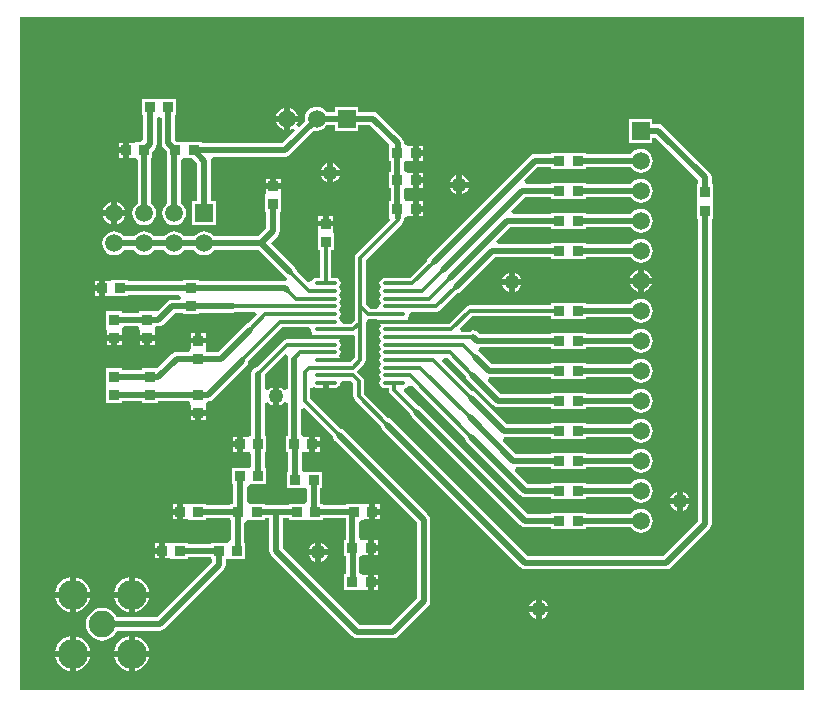
<source format=gbr>
%TF.GenerationSoftware,Altium Limited,Altium Designer,20.1.14 (287)*%
G04 Layer_Physical_Order=1*
G04 Layer_Color=255*
%FSLAX25Y25*%
%MOIN*%
%TF.SameCoordinates,50D419B3-0610-4842-9EF4-231284EAA126*%
%TF.FilePolarity,Positive*%
%TF.FileFunction,Copper,L1,Top,Signal*%
%TF.Part,Single*%
G01*
G75*
%TA.AperFunction,SMDPad,CuDef*%
%ADD10R,0.03347X0.03347*%
%ADD11R,0.03347X0.03347*%
%ADD12O,0.07874X0.01378*%
%TA.AperFunction,Conductor*%
%ADD13C,0.02000*%
%ADD14C,0.01200*%
%TA.AperFunction,ComponentPad*%
%ADD15C,0.08858*%
%ADD16C,0.10039*%
%ADD17R,0.05906X0.05906*%
%ADD18C,0.05906*%
%ADD19R,0.05906X0.05906*%
%TA.AperFunction,ViaPad*%
%ADD20C,0.05000*%
G36*
X261500Y0D02*
X0Y0D01*
X0Y224500D01*
X261500Y224500D01*
X261500Y0D01*
X261500Y0D02*
G37*
%LPC*%
G36*
X89984Y194141D02*
X89984Y191484D01*
X92641Y191484D01*
X92267Y192386D01*
X91667Y193167D01*
X90886Y193767D01*
X89984Y194141D01*
X89984Y194141D02*
G37*
G36*
X88016Y194141D02*
X87114Y193767D01*
X86332Y193167D01*
X85733Y192386D01*
X85359Y191484D01*
X88016Y191484D01*
X88016Y194141D01*
X88016Y194141D02*
G37*
G36*
X88016Y189516D02*
X85359Y189516D01*
X85733Y188614D01*
X86332Y187832D01*
X87114Y187233D01*
X88016Y186859D01*
X88016Y189516D01*
X88016Y189516D02*
G37*
G36*
X34465Y182461D02*
X32988Y182461D01*
X32988Y180984D01*
X34465Y180984D01*
X34465Y182461D01*
X34465Y182461D02*
G37*
G36*
X132984Y181461D02*
X132984Y179984D01*
X134461Y179984D01*
X134461Y181461D01*
X132984Y181461D01*
X132984Y181461D02*
G37*
G36*
X34465Y179016D02*
X32988Y179016D01*
X32988Y177539D01*
X34465Y177539D01*
X34465Y179016D01*
X34465Y179016D02*
G37*
G36*
X134461Y178016D02*
X132984Y178016D01*
X132984Y176539D01*
X134461Y176539D01*
X134461Y178016D01*
X134461Y178016D02*
G37*
G36*
X104484Y175651D02*
X104484Y173484D01*
X106651Y173484D01*
X106371Y174158D01*
X105845Y174845D01*
X105158Y175372D01*
X104484Y175651D01*
X104484Y175651D02*
G37*
G36*
X102516Y175651D02*
X101842Y175372D01*
X101155Y174845D01*
X100628Y174158D01*
X100349Y173484D01*
X102516Y173484D01*
X102516Y175651D01*
X102516Y175651D02*
G37*
G36*
X133035Y172461D02*
X133035Y170984D01*
X134512Y170984D01*
X134512Y172461D01*
X133035Y172461D01*
X133035Y172461D02*
G37*
G36*
X147484Y171651D02*
X147484Y169484D01*
X149651Y169484D01*
X149372Y170158D01*
X148845Y170845D01*
X148158Y171371D01*
X147484Y171651D01*
X147484Y171651D02*
G37*
G36*
X145516Y171651D02*
X144842Y171371D01*
X144155Y170845D01*
X143629Y170158D01*
X143349Y169484D01*
X145516Y169484D01*
X145516Y171651D01*
X145516Y171651D02*
G37*
G36*
X106651Y171516D02*
X104484Y171516D01*
X104484Y169349D01*
X105158Y169629D01*
X105845Y170155D01*
X106371Y170842D01*
X106651Y171516D01*
X106651Y171516D02*
G37*
G36*
X102516Y171516D02*
X100349Y171516D01*
X100628Y170842D01*
X101155Y170155D01*
X101842Y169629D01*
X102516Y169349D01*
X102516Y171516D01*
X102516Y171516D02*
G37*
G36*
X86961Y170512D02*
X85484Y170512D01*
X85484Y169035D01*
X86961Y169035D01*
X86961Y170512D01*
X86961Y170512D02*
G37*
G36*
X83516Y170512D02*
X82039Y170512D01*
X82039Y169035D01*
X83516Y169035D01*
X83516Y170512D01*
X83516Y170512D02*
G37*
G36*
X134512Y169016D02*
X133035Y169016D01*
X133035Y167539D01*
X134512Y167539D01*
X134512Y169016D01*
X134512Y169016D02*
G37*
G36*
X149651Y167516D02*
X147484Y167516D01*
X147484Y165349D01*
X148158Y165629D01*
X148845Y166155D01*
X149372Y166842D01*
X149651Y167516D01*
X149651Y167516D02*
G37*
G36*
X145516Y167516D02*
X143349Y167516D01*
X143629Y166842D01*
X144155Y166155D01*
X144842Y165629D01*
X145516Y165349D01*
X145516Y167516D01*
X145516Y167516D02*
G37*
G36*
X133035Y162961D02*
X133035Y161484D01*
X134512Y161484D01*
X134512Y162961D01*
X133035Y162961D01*
X133035Y162961D02*
G37*
G36*
X32484Y162641D02*
X32484Y159984D01*
X35141Y159984D01*
X34767Y160886D01*
X34168Y161668D01*
X33386Y162267D01*
X32484Y162641D01*
X32484Y162641D02*
G37*
G36*
X30516Y162641D02*
X29614Y162267D01*
X28833Y161668D01*
X28233Y160886D01*
X27859Y159984D01*
X30516Y159984D01*
X30516Y162641D01*
X30516Y162641D02*
G37*
G36*
X134512Y159516D02*
X133035Y159516D01*
X133035Y158039D01*
X134512Y158039D01*
X134512Y159516D01*
X134512Y159516D02*
G37*
G36*
X104461Y158012D02*
X102984Y158012D01*
X102984Y156535D01*
X104461Y156535D01*
X104461Y158012D01*
X104461Y158012D02*
G37*
G36*
X101016Y158012D02*
X99539Y158012D01*
X99539Y156535D01*
X101016Y156535D01*
X101016Y158012D01*
X101016Y158012D02*
G37*
G36*
X35141Y158016D02*
X32484Y158016D01*
X32484Y155359D01*
X33386Y155733D01*
X34168Y156333D01*
X34767Y157114D01*
X35141Y158016D01*
X35141Y158016D02*
G37*
G36*
X30516Y158016D02*
X27859Y158016D01*
X28233Y157114D01*
X28833Y156333D01*
X29614Y155733D01*
X30516Y155359D01*
X30516Y158016D01*
X30516Y158016D02*
G37*
G36*
X207984Y140141D02*
X207984Y137484D01*
X210641Y137484D01*
X210267Y138386D01*
X209667Y139167D01*
X208886Y139767D01*
X207984Y140141D01*
X207984Y140141D02*
G37*
G36*
X206016Y140141D02*
X205114Y139767D01*
X204332Y139167D01*
X203733Y138386D01*
X203359Y137484D01*
X206016Y137484D01*
X206016Y140141D01*
X206016Y140141D02*
G37*
G36*
X164984Y139151D02*
X164984Y136984D01*
X167151Y136984D01*
X166872Y137658D01*
X166345Y138345D01*
X165658Y138872D01*
X164984Y139151D01*
X164984Y139151D02*
G37*
G36*
X163016Y139151D02*
X162342Y138872D01*
X161655Y138345D01*
X161128Y137658D01*
X160849Y136984D01*
X163016Y136984D01*
X163016Y139151D01*
X163016Y139151D02*
G37*
G36*
X26465Y136461D02*
X24988Y136461D01*
X24988Y134984D01*
X26465Y134984D01*
X26465Y136461D01*
X26465Y136461D02*
G37*
G36*
X210641Y135516D02*
X207984Y135516D01*
X207984Y132859D01*
X208886Y133233D01*
X209667Y133833D01*
X210267Y134614D01*
X210641Y135516D01*
X210641Y135516D02*
G37*
G36*
X206016Y135516D02*
X203359Y135516D01*
X203733Y134614D01*
X204332Y133833D01*
X205114Y133233D01*
X206016Y132859D01*
X206016Y135516D01*
X206016Y135516D02*
G37*
G36*
X167151Y135016D02*
X164984Y135016D01*
X164984Y132849D01*
X165658Y133128D01*
X166345Y133655D01*
X166872Y134342D01*
X167151Y135016D01*
X167151Y135016D02*
G37*
G36*
X163016Y135016D02*
X160849Y135016D01*
X161128Y134342D01*
X161655Y133655D01*
X162342Y133128D01*
X163016Y132849D01*
X163016Y135016D01*
X163016Y135016D02*
G37*
G36*
X26465Y133016D02*
X24988Y133016D01*
X24988Y131539D01*
X26465Y131539D01*
X26465Y133016D01*
X26465Y133016D02*
G37*
G36*
X46122Y197173D02*
X45697Y197173D01*
X40776Y197173D01*
X40776Y191827D01*
X41225Y191827D01*
X41225Y183794D01*
X40104Y182673D01*
X39002Y182673D01*
X38878Y182673D01*
X37785Y182461D01*
X37697Y182461D01*
X36433Y182461D01*
X36433Y180000D01*
X36433Y177539D01*
X37785Y177539D01*
X38878Y177327D01*
X39302Y176270D01*
X39302Y162296D01*
X38681Y161819D01*
X38047Y160993D01*
X37649Y160032D01*
X37513Y159000D01*
X37649Y157968D01*
X38047Y157007D01*
X38681Y156181D01*
X39507Y155547D01*
X40468Y155149D01*
X41500Y155013D01*
X42532Y155149D01*
X43493Y155547D01*
X44319Y156181D01*
X44953Y157007D01*
X45351Y157968D01*
X45487Y159000D01*
X45351Y160032D01*
X44953Y160993D01*
X44319Y161819D01*
X43749Y162256D01*
X43749Y177327D01*
X44224Y177327D01*
X44224Y179528D01*
X45021Y180325D01*
X45021Y180325D01*
X45503Y181047D01*
X45673Y181898D01*
X45673Y181898D01*
X45673Y190656D01*
X46146Y191125D01*
X47327Y190633D01*
X47327Y182398D01*
X47327Y182398D01*
X47497Y181547D01*
X47979Y180825D01*
X49276Y179528D01*
X49276Y177327D01*
X49276Y177327D01*
X49276Y162276D01*
X48681Y161819D01*
X48047Y160993D01*
X47649Y160032D01*
X47513Y159000D01*
X47649Y157968D01*
X48047Y157007D01*
X48681Y156181D01*
X49507Y155547D01*
X50468Y155149D01*
X51500Y155013D01*
X52532Y155149D01*
X53493Y155547D01*
X54319Y156181D01*
X54953Y157007D01*
X55351Y157968D01*
X55487Y159000D01*
X55351Y160032D01*
X54953Y160993D01*
X54319Y161819D01*
X53724Y162276D01*
X53724Y176492D01*
X54559Y177327D01*
X55378Y177327D01*
X55803Y177327D01*
X57579Y177327D01*
X59276Y175630D01*
X59276Y162953D01*
X57547Y162953D01*
X57547Y155047D01*
X65453Y155047D01*
X65453Y162953D01*
X63724Y162953D01*
X63724Y176551D01*
X63724Y176551D01*
X63715Y176595D01*
X64617Y177776D01*
X88500Y177776D01*
X88500Y177776D01*
X89351Y177945D01*
X90073Y178428D01*
X98256Y186611D01*
X99000Y186513D01*
X100032Y186649D01*
X100993Y187047D01*
X101819Y187681D01*
X102276Y188276D01*
X105047Y188276D01*
X105047Y186547D01*
X112953Y186547D01*
X112953Y188276D01*
X116913Y188276D01*
X122613Y182577D01*
X123224Y181673D01*
X123224Y181673D01*
X123224Y181673D01*
X123224Y176327D01*
X123699Y176327D01*
X123699Y172673D01*
X123276Y172673D01*
X123276Y167327D01*
X123725Y167327D01*
X123725Y163173D01*
X123276Y163173D01*
X123276Y157827D01*
X123276Y157827D01*
X123412Y156646D01*
X112216Y145449D01*
X111822Y144860D01*
X111684Y144165D01*
X111684Y128000D01*
X111684Y123252D01*
X110527Y122096D01*
X108109Y122096D01*
X107053Y122839D01*
X106922Y123498D01*
X106548Y124056D01*
X106548Y124180D01*
X106922Y124739D01*
X107053Y125398D01*
X106922Y126057D01*
X106548Y126615D01*
X106548Y126739D01*
X106922Y127298D01*
X107053Y127957D01*
X106922Y128616D01*
X106582Y129236D01*
X106922Y129857D01*
X107053Y130516D01*
X106922Y131175D01*
X106582Y131795D01*
X106922Y132416D01*
X107053Y133075D01*
X106922Y133734D01*
X106582Y134354D01*
X106922Y134975D01*
X107053Y135634D01*
X106922Y136293D01*
X106548Y136852D01*
X105990Y137225D01*
X105331Y137356D01*
X103816Y137356D01*
X103816Y146776D01*
X104673Y146776D01*
X104673Y151997D01*
X104673Y152122D01*
X104461Y153215D01*
X104461Y153303D01*
X104461Y154567D01*
X102000Y154567D01*
X99539Y154567D01*
X99539Y153215D01*
X99327Y152122D01*
X99327Y151997D01*
X99327Y146776D01*
X100184Y146776D01*
X100184Y137356D01*
X98835Y137356D01*
X98176Y137225D01*
X97617Y136852D01*
X97325Y136414D01*
X97036Y136256D01*
X95996Y136073D01*
X92388Y139680D01*
X92304Y140101D01*
X91822Y140823D01*
X83645Y149000D01*
X86072Y151427D01*
X86072Y151427D01*
X86554Y152149D01*
X86724Y153000D01*
X86724Y159276D01*
X87173Y159276D01*
X87173Y164497D01*
X87173Y164622D01*
X86961Y165715D01*
X86961Y165803D01*
X86961Y167067D01*
X84500Y167067D01*
X82039Y167067D01*
X82039Y165715D01*
X81827Y164622D01*
X81827Y164497D01*
X81827Y159276D01*
X82276Y159276D01*
X82276Y153921D01*
X79579Y151224D01*
X64776Y151224D01*
X64319Y151819D01*
X63493Y152453D01*
X62532Y152851D01*
X61500Y152987D01*
X60468Y152851D01*
X59507Y152453D01*
X58681Y151819D01*
X58224Y151224D01*
X54776Y151224D01*
X54319Y151819D01*
X53493Y152453D01*
X52532Y152851D01*
X51500Y152987D01*
X50468Y152851D01*
X49507Y152453D01*
X48681Y151819D01*
X48224Y151224D01*
X44776Y151224D01*
X44319Y151819D01*
X43493Y152453D01*
X42532Y152851D01*
X41500Y152987D01*
X40468Y152851D01*
X39507Y152453D01*
X38681Y151819D01*
X38224Y151224D01*
X34776Y151224D01*
X34319Y151819D01*
X33493Y152453D01*
X32532Y152851D01*
X31500Y152987D01*
X30468Y152851D01*
X29507Y152453D01*
X28681Y151819D01*
X28047Y150993D01*
X27649Y150032D01*
X27513Y149000D01*
X27649Y147968D01*
X28047Y147007D01*
X28681Y146181D01*
X29507Y145547D01*
X30468Y145149D01*
X31500Y145013D01*
X32532Y145149D01*
X33493Y145547D01*
X34319Y146181D01*
X34776Y146776D01*
X38224Y146776D01*
X38681Y146181D01*
X39507Y145547D01*
X40468Y145149D01*
X41500Y145013D01*
X42532Y145149D01*
X43493Y145547D01*
X44319Y146181D01*
X44776Y146776D01*
X48224Y146776D01*
X48681Y146181D01*
X49507Y145547D01*
X50468Y145149D01*
X51500Y145013D01*
X52532Y145149D01*
X53493Y145547D01*
X54319Y146181D01*
X54776Y146776D01*
X58224Y146776D01*
X58681Y146181D01*
X59507Y145547D01*
X60468Y145149D01*
X61500Y145013D01*
X62532Y145149D01*
X63493Y145547D01*
X64319Y146181D01*
X64776Y146776D01*
X79579Y146776D01*
X88678Y137678D01*
X89197Y137330D01*
X88736Y136218D01*
X88449Y136275D01*
X88449Y136275D01*
X59673Y136275D01*
X59673Y136724D01*
X57710Y136724D01*
X57000Y136866D01*
X56290Y136724D01*
X54327Y136724D01*
X54327Y136249D01*
X36224Y136249D01*
X36224Y136673D01*
X31003Y136673D01*
X30878Y136673D01*
X29785Y136461D01*
X29697Y136461D01*
X28433Y136461D01*
X28433Y134000D01*
X28433Y131539D01*
X29785Y131539D01*
X30878Y131327D01*
X31003Y131327D01*
X36224Y131327D01*
X36224Y131802D01*
X53158Y131802D01*
X53708Y130621D01*
X53332Y130173D01*
X53332Y130173D01*
X50783Y130173D01*
X49932Y130003D01*
X49211Y129521D01*
X49211Y129521D01*
X46225Y126536D01*
X45173Y126224D01*
X45173Y126224D01*
X39827Y126224D01*
X39827Y125677D01*
X34173Y125677D01*
X34173Y126224D01*
X28827Y126224D01*
X28827Y123707D01*
X28776Y123453D01*
X28827Y123198D01*
X28827Y121002D01*
X28827Y120878D01*
X29039Y119785D01*
X29039Y119697D01*
X29039Y118433D01*
X31500Y118433D01*
X33961Y118433D01*
X33961Y119785D01*
X34173Y120878D01*
X35261Y121229D01*
X39476Y121229D01*
X39827Y120878D01*
X40039Y119785D01*
X40039Y119697D01*
X40039Y118433D01*
X42500Y118433D01*
X44961Y118433D01*
X44961Y119785D01*
X45173Y120878D01*
X45500Y121229D01*
X45500Y121229D01*
X46287Y121229D01*
X46287Y121229D01*
X47138Y121398D01*
X47860Y121880D01*
X51705Y125725D01*
X54327Y125725D01*
X54327Y125276D01*
X59673Y125276D01*
X59673Y125733D01*
X71043Y125733D01*
X71894Y125902D01*
X72251Y126141D01*
X78529Y126141D01*
X78981Y125049D01*
X76269Y122337D01*
X75848Y122253D01*
X75126Y121771D01*
X66126Y112771D01*
X62524Y112771D01*
X62173Y113122D01*
X61961Y114215D01*
X61961Y114303D01*
X61961Y115567D01*
X59500Y115567D01*
X57039Y115567D01*
X57039Y114215D01*
X56827Y113122D01*
X55739Y112771D01*
X52382Y112771D01*
X51531Y112602D01*
X50809Y112120D01*
X50809Y112120D01*
X45914Y107224D01*
X40827Y107224D01*
X40827Y106775D01*
X34173Y106775D01*
X34173Y107224D01*
X28827Y107224D01*
X28827Y101878D01*
X28827Y101878D01*
X28827Y101122D01*
X28827Y101122D01*
X28827Y95776D01*
X34173Y95776D01*
X34173Y96225D01*
X40827Y96225D01*
X40827Y95776D01*
X46173Y95776D01*
X46173Y96276D01*
X56428Y96276D01*
X56827Y95878D01*
X57039Y94785D01*
X57039Y94697D01*
X57039Y93433D01*
X59500Y93433D01*
X61961Y93433D01*
X61961Y94785D01*
X62173Y95878D01*
X62787Y96229D01*
X63638Y96398D01*
X64360Y96880D01*
X75573Y108093D01*
X75573Y108093D01*
X76055Y108814D01*
X76221Y109653D01*
X87591Y121023D01*
X96056Y121023D01*
X97113Y120280D01*
X97244Y119621D01*
X97617Y119062D01*
X97444Y118297D01*
X97329Y117720D01*
X96273Y116977D01*
X89161Y116977D01*
X88466Y116839D01*
X87877Y116446D01*
X79023Y107591D01*
X78602Y107507D01*
X77880Y107025D01*
X77398Y106304D01*
X77229Y105453D01*
X77229Y85024D01*
X76878Y84673D01*
X75785Y84461D01*
X75697Y84461D01*
X74433Y84461D01*
X74433Y82000D01*
X74433Y79539D01*
X75785Y79539D01*
X76878Y79327D01*
X77278Y78260D01*
X77278Y74234D01*
X76122Y74173D01*
X75697Y74173D01*
X70776Y74173D01*
X70776Y72127D01*
X70634Y71417D01*
X70776Y70708D01*
X70776Y68827D01*
X71225Y68827D01*
X71225Y62173D01*
X70276Y62173D01*
X70276Y61724D01*
X62224Y61724D01*
X62224Y62173D01*
X57003Y62173D01*
X56878Y62173D01*
X55785Y61961D01*
X55697Y61961D01*
X54433Y61961D01*
X54433Y59500D01*
X54433Y57039D01*
X55785Y57039D01*
X56878Y56827D01*
X57003Y56827D01*
X62224Y56827D01*
X62224Y57276D01*
X70276Y57276D01*
X70276Y56827D01*
X70477Y56827D01*
X70477Y50282D01*
X69296Y49173D01*
X68697Y49173D01*
X63776Y49173D01*
X63776Y48724D01*
X56224Y48724D01*
X56224Y49173D01*
X51003Y49173D01*
X50878Y49173D01*
X49785Y48961D01*
X49697Y48961D01*
X48433Y48961D01*
X48433Y46500D01*
X48433Y44039D01*
X49785Y44039D01*
X50878Y43827D01*
X51003Y43827D01*
X56224Y43827D01*
X56224Y44276D01*
X63776Y44276D01*
X63776Y43827D01*
X64077Y43827D01*
X64221Y42646D01*
X45799Y24224D01*
X32455Y24224D01*
X32242Y24738D01*
X31372Y25872D01*
X30238Y26742D01*
X28917Y27289D01*
X27500Y27476D01*
X26083Y27289D01*
X24762Y26742D01*
X23628Y25872D01*
X22758Y24738D01*
X22211Y23417D01*
X22024Y22000D01*
X22211Y20583D01*
X22758Y19262D01*
X23628Y18128D01*
X24762Y17258D01*
X26083Y16711D01*
X27500Y16524D01*
X28917Y16711D01*
X30238Y17258D01*
X31372Y18128D01*
X32242Y19262D01*
X32455Y19776D01*
X46720Y19776D01*
X46720Y19776D01*
X47571Y19945D01*
X48293Y20427D01*
X68120Y40254D01*
X68120Y40254D01*
X68602Y40976D01*
X68771Y41827D01*
X68771Y41827D01*
X68771Y43648D01*
X69878Y43827D01*
X70303Y43827D01*
X75224Y43827D01*
X75224Y49173D01*
X74925Y49173D01*
X74925Y55758D01*
X76106Y56827D01*
X76803Y56827D01*
X81724Y56827D01*
X81724Y57276D01*
X83276Y57276D01*
X83276Y46500D01*
X83276Y46500D01*
X83445Y45649D01*
X83927Y44928D01*
X110927Y17928D01*
X110927Y17928D01*
X111649Y17445D01*
X112500Y17276D01*
X112500Y17276D01*
X124500Y17276D01*
X124500Y17276D01*
X125351Y17445D01*
X126073Y17928D01*
X136244Y28099D01*
X136244Y28099D01*
X136726Y28821D01*
X136895Y29672D01*
X136895Y29672D01*
X136895Y56828D01*
X136895Y56828D01*
X136726Y57679D01*
X136244Y58401D01*
X136244Y58401D01*
X108072Y86572D01*
X107351Y87055D01*
X106930Y87138D01*
X96848Y97221D01*
X96848Y100606D01*
X97124Y100815D01*
X98029Y101129D01*
X98259Y100976D01*
X98835Y100861D01*
X101098Y100861D01*
X101098Y102366D01*
X103067Y102366D01*
X103067Y100861D01*
X105331Y100861D01*
X105907Y100976D01*
X106395Y101302D01*
X106721Y101790D01*
X106836Y102366D01*
X107892Y103109D01*
X110323Y103109D01*
X111184Y102248D01*
X111184Y98000D01*
X111322Y97305D01*
X111716Y96716D01*
X120362Y88070D01*
X120446Y87649D01*
X120928Y86927D01*
X166928Y40927D01*
X166928Y40927D01*
X167649Y40445D01*
X168500Y40276D01*
X215500Y40276D01*
X215500Y40276D01*
X216351Y40445D01*
X217073Y40927D01*
X230072Y53927D01*
X230072Y53927D01*
X230555Y54649D01*
X230724Y55500D01*
X230724Y55500D01*
X230724Y157173D01*
X231173Y157173D01*
X231173Y162094D01*
X231173Y163276D01*
X231173Y163701D01*
X231173Y168622D01*
X230724Y168622D01*
X230724Y170953D01*
X230724Y170953D01*
X230555Y171804D01*
X230072Y172525D01*
X230072Y172525D01*
X214525Y188073D01*
X213804Y188555D01*
X212953Y188724D01*
X212953Y188724D01*
X210953Y188724D01*
X210953Y190453D01*
X203047Y190453D01*
X203047Y182547D01*
X210953Y182547D01*
X210953Y184029D01*
X212134Y184174D01*
X226276Y170032D01*
X226276Y168622D01*
X225827Y168622D01*
X225827Y163701D01*
X225827Y162520D01*
X225827Y162094D01*
X225827Y157173D01*
X226276Y157173D01*
X226276Y56421D01*
X214579Y44724D01*
X169421Y44724D01*
X124073Y90073D01*
X123351Y90554D01*
X122930Y90638D01*
X114816Y98752D01*
X114816Y103000D01*
X114678Y103695D01*
X114284Y104284D01*
X112359Y106209D01*
X112352Y106283D01*
X114784Y108716D01*
X115178Y109305D01*
X115316Y110000D01*
X115316Y122534D01*
X116102Y123582D01*
X119108Y123582D01*
X120164Y122839D01*
X120279Y122263D01*
X120452Y121497D01*
X120078Y120939D01*
X119947Y120280D01*
X120078Y119621D01*
X120418Y119000D01*
X120078Y118379D01*
X119947Y117720D01*
X120078Y117061D01*
X120452Y116503D01*
X120452Y116379D01*
X120078Y115820D01*
X119947Y115161D01*
X120078Y114502D01*
X120452Y113944D01*
X120452Y113820D01*
X120078Y113261D01*
X119947Y112602D01*
X120078Y111943D01*
X120452Y111385D01*
X120452Y111261D01*
X120078Y110702D01*
X119947Y110043D01*
X120078Y109384D01*
X120452Y108826D01*
X120452Y108702D01*
X120078Y108143D01*
X119947Y107484D01*
X120078Y106825D01*
X120452Y106266D01*
X120452Y106143D01*
X120078Y105584D01*
X119947Y104925D01*
X120078Y104266D01*
X120452Y103708D01*
X120452Y103584D01*
X120078Y103025D01*
X119947Y102366D01*
X120078Y101707D01*
X120452Y101148D01*
X121010Y100775D01*
X121669Y100644D01*
X123101Y100644D01*
X123101Y100083D01*
X123240Y99388D01*
X123633Y98799D01*
X130112Y92320D01*
X130195Y91899D01*
X130677Y91177D01*
X166928Y54927D01*
X166928Y54927D01*
X167649Y54445D01*
X168500Y54276D01*
X168500Y54276D01*
X177276Y54276D01*
X177276Y53827D01*
X182197Y53827D01*
X183378Y53827D01*
X183803Y53827D01*
X188724Y53827D01*
X188724Y54276D01*
X203724Y54276D01*
X204181Y53681D01*
X205007Y53047D01*
X205968Y52649D01*
X207000Y52513D01*
X208032Y52649D01*
X208993Y53047D01*
X209819Y53681D01*
X210453Y54507D01*
X210851Y55468D01*
X210987Y56500D01*
X210851Y57532D01*
X210453Y58493D01*
X209819Y59319D01*
X208993Y59953D01*
X208032Y60351D01*
X207000Y60487D01*
X205968Y60351D01*
X205007Y59953D01*
X204181Y59319D01*
X203724Y58724D01*
X188724Y58724D01*
X188724Y59173D01*
X183803Y59173D01*
X182622Y59173D01*
X182197Y59173D01*
X177276Y59173D01*
X177276Y58724D01*
X169421Y58724D01*
X133823Y94323D01*
X133101Y94805D01*
X132680Y94888D01*
X128005Y99563D01*
X128523Y100715D01*
X128824Y100775D01*
X129383Y101148D01*
X129475Y101286D01*
X130681Y101551D01*
X130921Y101510D01*
X148362Y84070D01*
X148445Y83649D01*
X148927Y82928D01*
X166928Y64928D01*
X166928Y64928D01*
X167649Y64446D01*
X168500Y64276D01*
X177276Y64276D01*
X177276Y63827D01*
X182197Y63827D01*
X183378Y63827D01*
X183803Y63827D01*
X188724Y63827D01*
X188724Y64276D01*
X203724Y64276D01*
X204181Y63681D01*
X205007Y63047D01*
X205968Y62649D01*
X207000Y62513D01*
X208032Y62649D01*
X208993Y63047D01*
X209819Y63681D01*
X210453Y64507D01*
X210851Y65468D01*
X210987Y66500D01*
X210851Y67532D01*
X210453Y68493D01*
X209819Y69319D01*
X208993Y69953D01*
X208032Y70351D01*
X207000Y70487D01*
X205968Y70351D01*
X205007Y69953D01*
X204181Y69319D01*
X203724Y68724D01*
X188724Y68724D01*
X188724Y69173D01*
X183803Y69173D01*
X182622Y69173D01*
X182197Y69173D01*
X177276Y69173D01*
X177276Y68724D01*
X169421Y68724D01*
X165050Y73095D01*
X165539Y74276D01*
X177276Y74276D01*
X177276Y73827D01*
X182197Y73827D01*
X183378Y73827D01*
X183803Y73827D01*
X188724Y73827D01*
X188724Y74276D01*
X203724Y74276D01*
X204181Y73681D01*
X205007Y73047D01*
X205968Y72649D01*
X207000Y72513D01*
X208032Y72649D01*
X208993Y73047D01*
X209819Y73681D01*
X210453Y74507D01*
X210851Y75468D01*
X210987Y76500D01*
X210851Y77532D01*
X210453Y78493D01*
X209819Y79319D01*
X208993Y79953D01*
X208032Y80351D01*
X207000Y80487D01*
X205968Y80351D01*
X205007Y79953D01*
X204181Y79319D01*
X203724Y78724D01*
X188724Y78724D01*
X188724Y79173D01*
X183803Y79173D01*
X182622Y79173D01*
X182197Y79173D01*
X177276Y79173D01*
X177276Y78724D01*
X165421Y78724D01*
X160967Y83178D01*
X161458Y84189D01*
X161539Y84276D01*
X177224Y84276D01*
X177224Y83827D01*
X182146Y83827D01*
X183327Y83827D01*
X183752Y83827D01*
X188673Y83827D01*
X188673Y84276D01*
X203724Y84276D01*
X204181Y83681D01*
X205007Y83047D01*
X205968Y82649D01*
X207000Y82513D01*
X208032Y82649D01*
X208993Y83047D01*
X209819Y83681D01*
X210453Y84507D01*
X210851Y85468D01*
X210987Y86500D01*
X210851Y87532D01*
X210453Y88493D01*
X209819Y89319D01*
X208993Y89953D01*
X208032Y90351D01*
X207000Y90487D01*
X205968Y90351D01*
X205007Y89953D01*
X204181Y89319D01*
X203724Y88724D01*
X188673Y88724D01*
X188673Y89173D01*
X183752Y89173D01*
X182571Y89173D01*
X182146Y89173D01*
X177224Y89173D01*
X177224Y88724D01*
X162421Y88724D01*
X152073Y99072D01*
X151351Y99555D01*
X150930Y99638D01*
X140873Y109695D01*
X141325Y110786D01*
X142645Y110786D01*
X148811Y104621D01*
X148894Y104200D01*
X149376Y103479D01*
X157928Y94928D01*
X157928Y94928D01*
X158649Y94446D01*
X159500Y94276D01*
X177276Y94276D01*
X177276Y93827D01*
X182197Y93827D01*
X183378Y93827D01*
X183803Y93827D01*
X188724Y93827D01*
X188724Y94276D01*
X203724Y94276D01*
X204181Y93681D01*
X205007Y93047D01*
X205968Y92649D01*
X207000Y92513D01*
X208032Y92649D01*
X208993Y93047D01*
X209819Y93681D01*
X210453Y94507D01*
X210851Y95468D01*
X210987Y96500D01*
X210851Y97532D01*
X210453Y98493D01*
X209819Y99319D01*
X208993Y99953D01*
X208032Y100351D01*
X207000Y100487D01*
X205968Y100351D01*
X205007Y99953D01*
X204181Y99319D01*
X203724Y98724D01*
X188724Y98724D01*
X188724Y99173D01*
X183803Y99173D01*
X182622Y99173D01*
X182197Y99173D01*
X179703Y99173D01*
X179449Y99224D01*
X179194Y99173D01*
X177276Y99173D01*
X177276Y98724D01*
X160421Y98724D01*
X155967Y103178D01*
X156458Y104189D01*
X156539Y104276D01*
X177276Y104276D01*
X177276Y103827D01*
X182197Y103827D01*
X183378Y103827D01*
X183803Y103827D01*
X188724Y103827D01*
X188724Y104276D01*
X203724Y104276D01*
X204181Y103681D01*
X205007Y103047D01*
X205968Y102649D01*
X207000Y102513D01*
X208032Y102649D01*
X208993Y103047D01*
X209819Y103681D01*
X210453Y104507D01*
X210851Y105468D01*
X210987Y106500D01*
X210851Y107532D01*
X210453Y108493D01*
X209819Y109319D01*
X208993Y109953D01*
X208032Y110351D01*
X207000Y110487D01*
X205968Y110351D01*
X205007Y109953D01*
X204181Y109319D01*
X203724Y108724D01*
X188724Y108724D01*
X188724Y109173D01*
X183803Y109173D01*
X182622Y109173D01*
X182197Y109173D01*
X177276Y109173D01*
X177276Y108724D01*
X157421Y108724D01*
X153492Y112653D01*
X152831Y113095D01*
X152816Y113183D01*
X153298Y114276D01*
X177276Y114276D01*
X177276Y113827D01*
X182197Y113827D01*
X183378Y113827D01*
X183803Y113827D01*
X188724Y113827D01*
X188724Y114276D01*
X203724Y114276D01*
X204181Y113681D01*
X205007Y113047D01*
X205968Y112649D01*
X207000Y112513D01*
X208032Y112649D01*
X208993Y113047D01*
X209819Y113681D01*
X210453Y114507D01*
X210851Y115468D01*
X210987Y116500D01*
X210851Y117532D01*
X210453Y118493D01*
X209819Y119319D01*
X208993Y119953D01*
X208032Y120351D01*
X207000Y120487D01*
X205968Y120351D01*
X205007Y119953D01*
X204181Y119319D01*
X203724Y118724D01*
X188724Y118724D01*
X188724Y119173D01*
X183803Y119173D01*
X182622Y119173D01*
X182197Y119173D01*
X177276Y119173D01*
X177276Y118724D01*
X153421Y118724D01*
X152852Y119293D01*
X152131Y119775D01*
X151280Y119944D01*
X150429Y119775D01*
X150072Y119536D01*
X147148Y119536D01*
X146696Y120628D01*
X150752Y124684D01*
X177276Y124684D01*
X177276Y123827D01*
X182197Y123827D01*
X183378Y123827D01*
X183803Y123827D01*
X188724Y123827D01*
X188724Y124276D01*
X203724Y124276D01*
X204181Y123681D01*
X205007Y123047D01*
X205968Y122649D01*
X207000Y122513D01*
X208032Y122649D01*
X208993Y123047D01*
X209819Y123681D01*
X210453Y124507D01*
X210851Y125468D01*
X210987Y126500D01*
X210851Y127532D01*
X210453Y128493D01*
X209819Y129319D01*
X208993Y129953D01*
X208032Y130351D01*
X207000Y130487D01*
X205968Y130351D01*
X205007Y129953D01*
X204181Y129319D01*
X203724Y128724D01*
X188724Y128724D01*
X188724Y129173D01*
X183803Y129173D01*
X182622Y129173D01*
X182197Y129173D01*
X177276Y129173D01*
X177276Y128316D01*
X150000Y128316D01*
X149305Y128178D01*
X148716Y127784D01*
X143027Y122096D01*
X130727Y122096D01*
X129671Y122839D01*
X129556Y123415D01*
X129383Y124180D01*
X129756Y124739D01*
X129887Y125398D01*
X130944Y126141D01*
X138957Y126141D01*
X139652Y126279D01*
X140241Y126672D01*
X145930Y132362D01*
X146351Y132446D01*
X147073Y132928D01*
X158421Y144276D01*
X177276Y144276D01*
X177276Y143827D01*
X182197Y143827D01*
X183378Y143827D01*
X183803Y143827D01*
X188724Y143827D01*
X188724Y144276D01*
X203724Y144276D01*
X204181Y143681D01*
X205007Y143047D01*
X205968Y142649D01*
X207000Y142513D01*
X208032Y142649D01*
X208993Y143047D01*
X209819Y143681D01*
X210453Y144507D01*
X210851Y145468D01*
X210987Y146500D01*
X210851Y147532D01*
X210453Y148493D01*
X209819Y149319D01*
X208993Y149953D01*
X208032Y150351D01*
X207000Y150487D01*
X205968Y150351D01*
X205007Y149953D01*
X204181Y149319D01*
X203724Y148724D01*
X188724Y148724D01*
X188724Y149173D01*
X183803Y149173D01*
X182622Y149173D01*
X182197Y149173D01*
X177276Y149173D01*
X177276Y148724D01*
X159380Y148724D01*
X158928Y149815D01*
X163390Y154276D01*
X177276Y154276D01*
X177276Y153827D01*
X182197Y153827D01*
X183378Y153827D01*
X183803Y153827D01*
X188724Y153827D01*
X188724Y154276D01*
X203724Y154276D01*
X204181Y153681D01*
X205007Y153047D01*
X205968Y152649D01*
X207000Y152513D01*
X208032Y152649D01*
X208993Y153047D01*
X209819Y153681D01*
X210453Y154507D01*
X210851Y155468D01*
X210987Y156500D01*
X210851Y157532D01*
X210453Y158493D01*
X209819Y159319D01*
X208993Y159953D01*
X208032Y160351D01*
X207000Y160487D01*
X205968Y160351D01*
X205007Y159953D01*
X204181Y159319D01*
X203724Y158724D01*
X188724Y158724D01*
X188724Y159173D01*
X183803Y159173D01*
X182622Y159173D01*
X182197Y159173D01*
X177276Y159173D01*
X177276Y158724D01*
X164412Y158724D01*
X163960Y159815D01*
X168421Y164276D01*
X177276Y164276D01*
X177276Y163827D01*
X182197Y163827D01*
X183378Y163827D01*
X183803Y163827D01*
X188724Y163827D01*
X188724Y164276D01*
X203724Y164276D01*
X204181Y163681D01*
X205007Y163047D01*
X205968Y162649D01*
X207000Y162513D01*
X208032Y162649D01*
X208993Y163047D01*
X209819Y163681D01*
X210453Y164507D01*
X210851Y165468D01*
X210987Y166500D01*
X210851Y167532D01*
X210453Y168493D01*
X209819Y169319D01*
X208993Y169953D01*
X208032Y170351D01*
X207000Y170487D01*
X205968Y170351D01*
X205007Y169953D01*
X204181Y169319D01*
X203724Y168724D01*
X188724Y168724D01*
X188724Y169173D01*
X183803Y169173D01*
X182622Y169173D01*
X182197Y169173D01*
X177276Y169173D01*
X177276Y168724D01*
X168772Y168724D01*
X168282Y169905D01*
X172653Y174276D01*
X177276Y174276D01*
X177276Y173827D01*
X182197Y173827D01*
X183378Y173827D01*
X183803Y173827D01*
X188724Y173827D01*
X188724Y174276D01*
X203724Y174276D01*
X204181Y173681D01*
X205007Y173047D01*
X205968Y172649D01*
X207000Y172513D01*
X208032Y172649D01*
X208993Y173047D01*
X209819Y173681D01*
X210453Y174507D01*
X210851Y175468D01*
X210987Y176500D01*
X210851Y177532D01*
X210453Y178493D01*
X209819Y179319D01*
X208993Y179953D01*
X208032Y180351D01*
X207000Y180487D01*
X205968Y180351D01*
X205007Y179953D01*
X204181Y179319D01*
X203724Y178724D01*
X188724Y178724D01*
X188724Y179173D01*
X183803Y179173D01*
X182622Y179173D01*
X182197Y179173D01*
X177276Y179173D01*
X177276Y178724D01*
X171732Y178724D01*
X171732Y178724D01*
X170881Y178554D01*
X170160Y178073D01*
X170160Y178073D01*
X136427Y144340D01*
X135945Y143619D01*
X135862Y143198D01*
X130114Y137450D01*
X124917Y137450D01*
X124445Y137356D01*
X121669Y137356D01*
X121010Y137225D01*
X120452Y136852D01*
X120078Y136293D01*
X119947Y135634D01*
X120078Y134975D01*
X120452Y134416D01*
X120452Y134292D01*
X120078Y133734D01*
X119947Y133075D01*
X120078Y132416D01*
X120452Y131857D01*
X120452Y131734D01*
X120078Y131175D01*
X119947Y130516D01*
X120078Y129857D01*
X120452Y129298D01*
X120452Y129174D01*
X120078Y128616D01*
X119947Y127957D01*
X118891Y127214D01*
X116855Y127214D01*
X115316Y128752D01*
X115316Y143413D01*
X127331Y155429D01*
X127725Y156018D01*
X127744Y156114D01*
X128102Y156649D01*
X128271Y157500D01*
X128598Y157827D01*
X128622Y157827D01*
X129715Y158039D01*
X129803Y158039D01*
X131067Y158039D01*
X131067Y160500D01*
X131067Y162961D01*
X129715Y162961D01*
X128622Y163173D01*
X128173Y164220D01*
X128173Y166877D01*
X128622Y167327D01*
X129715Y167539D01*
X129803Y167539D01*
X131067Y167539D01*
X131067Y170000D01*
X131067Y172461D01*
X129715Y172461D01*
X128622Y172673D01*
X128147Y173709D01*
X128147Y175903D01*
X128571Y176327D01*
X129664Y176539D01*
X129752Y176539D01*
X131016Y176539D01*
X131016Y179000D01*
X131016Y181461D01*
X129664Y181461D01*
X128571Y181673D01*
X128271Y182287D01*
X128102Y183138D01*
X127620Y183860D01*
X119407Y192072D01*
X118686Y192554D01*
X117835Y192724D01*
X117834Y192724D01*
X112953Y192724D01*
X112953Y194453D01*
X105047Y194453D01*
X105047Y192724D01*
X102276Y192724D01*
X101819Y193319D01*
X100993Y193953D01*
X100032Y194351D01*
X99000Y194487D01*
X97968Y194351D01*
X97007Y193953D01*
X96181Y193319D01*
X95547Y192493D01*
X95149Y191532D01*
X95013Y190500D01*
X95111Y189756D01*
X93053Y187698D01*
X92163Y188479D01*
X92267Y188614D01*
X92641Y189516D01*
X89984Y189516D01*
X89984Y186859D01*
X90886Y187233D01*
X91022Y187337D01*
X91802Y186447D01*
X87579Y182224D01*
X60724Y182224D01*
X60724Y182673D01*
X55803Y182673D01*
X54622Y182673D01*
X54197Y182673D01*
X52421Y182673D01*
X51775Y183319D01*
X51775Y191827D01*
X52224Y191827D01*
X52224Y197173D01*
X47303Y197173D01*
X46122Y197173D01*
X46122Y197173D02*
G37*
G36*
X61961Y119012D02*
X60484Y119012D01*
X60484Y117535D01*
X61961Y117535D01*
X61961Y119012D01*
X61961Y119012D02*
G37*
G36*
X58516Y119012D02*
X57039Y119012D01*
X57039Y117535D01*
X58516Y117535D01*
X58516Y119012D01*
X58516Y119012D02*
G37*
G36*
X44961Y116465D02*
X43484Y116465D01*
X43484Y114988D01*
X44961Y114988D01*
X44961Y116465D01*
X44961Y116465D02*
G37*
G36*
X41516Y116465D02*
X40039Y116465D01*
X40039Y114988D01*
X41516Y114988D01*
X41516Y116465D01*
X41516Y116465D02*
G37*
G36*
X33961Y116465D02*
X32484Y116465D01*
X32484Y114988D01*
X33961Y114988D01*
X33961Y116465D01*
X33961Y116465D02*
G37*
G36*
X30516Y116465D02*
X29039Y116465D01*
X29039Y114988D01*
X30516Y114988D01*
X30516Y116465D01*
X30516Y116465D02*
G37*
G36*
X61961Y91465D02*
X60484Y91465D01*
X60484Y89988D01*
X61961Y89988D01*
X61961Y91465D01*
X61961Y91465D02*
G37*
G36*
X58516Y91465D02*
X57039Y91465D01*
X57039Y89988D01*
X58516Y89988D01*
X58516Y91465D01*
X58516Y91465D02*
G37*
G36*
X72465Y84461D02*
X70988Y84461D01*
X70988Y82984D01*
X72465Y82984D01*
X72465Y84461D01*
X72465Y84461D02*
G37*
G36*
X72465Y81016D02*
X70988Y81016D01*
X70988Y79539D01*
X72465Y79539D01*
X72465Y81016D01*
X72465Y81016D02*
G37*
G36*
X220984Y66151D02*
X220984Y63984D01*
X223151Y63984D01*
X222871Y64658D01*
X222345Y65345D01*
X221658Y65872D01*
X220984Y66151D01*
X220984Y66151D02*
G37*
G36*
X219016Y66151D02*
X218342Y65872D01*
X217655Y65345D01*
X217128Y64658D01*
X216849Y63984D01*
X219016Y63984D01*
X219016Y66151D01*
X219016Y66151D02*
G37*
G36*
X52464Y61961D02*
X50988Y61961D01*
X50988Y60484D01*
X52464Y60484D01*
X52464Y61961D01*
X52464Y61961D02*
G37*
G36*
X223151Y62016D02*
X220984Y62016D01*
X220984Y59849D01*
X221658Y60128D01*
X222345Y60655D01*
X222871Y61342D01*
X223151Y62016D01*
X223151Y62016D02*
G37*
G36*
X219016Y62016D02*
X216849Y62016D01*
X217128Y61342D01*
X217655Y60655D01*
X218342Y60128D01*
X219016Y59849D01*
X219016Y62016D01*
X219016Y62016D02*
G37*
G36*
X52464Y58516D02*
X50988Y58516D01*
X50988Y57039D01*
X52464Y57039D01*
X52464Y58516D01*
X52464Y58516D02*
G37*
G36*
X46464Y48961D02*
X44988Y48961D01*
X44988Y47484D01*
X46464Y47484D01*
X46464Y48961D01*
X46464Y48961D02*
G37*
G36*
X46464Y45516D02*
X44988Y45516D01*
X44988Y44039D01*
X46464Y44039D01*
X46464Y45516D01*
X46464Y45516D02*
G37*
G36*
X38327Y37570D02*
X38327Y32827D01*
X43070Y32827D01*
X43000Y33358D01*
X42415Y34771D01*
X41484Y35984D01*
X40271Y36915D01*
X38859Y37500D01*
X38327Y37570D01*
X38327Y37570D02*
G37*
G36*
X36358Y37570D02*
X35827Y37500D01*
X34414Y36915D01*
X33201Y35984D01*
X32270Y34771D01*
X31685Y33358D01*
X31615Y32827D01*
X36358Y32827D01*
X36358Y37570D01*
X36358Y37570D02*
G37*
G36*
X18642Y37570D02*
X18642Y32827D01*
X23385Y32827D01*
X23315Y33358D01*
X22730Y34771D01*
X21799Y35984D01*
X20586Y36915D01*
X19173Y37500D01*
X18642Y37570D01*
X18642Y37570D02*
G37*
G36*
X16673Y37570D02*
X16141Y37500D01*
X14729Y36915D01*
X13516Y35984D01*
X12585Y34771D01*
X12000Y33358D01*
X11930Y32827D01*
X16673Y32827D01*
X16673Y37570D01*
X16673Y37570D02*
G37*
G36*
X173984Y30151D02*
X173984Y27984D01*
X176151Y27984D01*
X175872Y28658D01*
X175345Y29345D01*
X174658Y29871D01*
X173984Y30151D01*
X173984Y30151D02*
G37*
G36*
X172016Y30151D02*
X171342Y29871D01*
X170655Y29345D01*
X170129Y28658D01*
X169849Y27984D01*
X172016Y27984D01*
X172016Y30151D01*
X172016Y30151D02*
G37*
G36*
X43070Y30858D02*
X38327Y30858D01*
X38327Y26115D01*
X38859Y26185D01*
X40271Y26770D01*
X41484Y27701D01*
X42415Y28914D01*
X43000Y30327D01*
X43070Y30858D01*
X43070Y30858D02*
G37*
G36*
X36358Y30858D02*
X31615Y30858D01*
X31685Y30327D01*
X32270Y28914D01*
X33201Y27701D01*
X34414Y26770D01*
X35827Y26185D01*
X36358Y26115D01*
X36358Y30858D01*
X36358Y30858D02*
G37*
G36*
X23385Y30858D02*
X18642Y30858D01*
X18642Y26115D01*
X19173Y26185D01*
X20586Y26770D01*
X21799Y27701D01*
X22730Y28914D01*
X23315Y30327D01*
X23385Y30858D01*
X23385Y30858D02*
G37*
G36*
X16673Y30858D02*
X11930Y30858D01*
X12000Y30327D01*
X12585Y28914D01*
X13516Y27701D01*
X14729Y26770D01*
X16141Y26185D01*
X16673Y26115D01*
X16673Y30858D01*
X16673Y30858D02*
G37*
G36*
X176151Y26016D02*
X173984Y26016D01*
X173984Y23849D01*
X174658Y24128D01*
X175345Y24655D01*
X175872Y25342D01*
X176151Y26016D01*
X176151Y26016D02*
G37*
G36*
X172016Y26016D02*
X169849Y26016D01*
X170129Y25342D01*
X170655Y24655D01*
X171342Y24128D01*
X172016Y23849D01*
X172016Y26016D01*
X172016Y26016D02*
G37*
G36*
X38327Y17885D02*
X38327Y13142D01*
X43070Y13142D01*
X43000Y13673D01*
X42415Y15086D01*
X41484Y16299D01*
X40271Y17230D01*
X38859Y17815D01*
X38327Y17885D01*
X38327Y17885D02*
G37*
G36*
X36358Y17885D02*
X35827Y17815D01*
X34414Y17230D01*
X33201Y16299D01*
X32270Y15086D01*
X31685Y13673D01*
X31615Y13142D01*
X36358Y13142D01*
X36358Y17885D01*
X36358Y17885D02*
G37*
G36*
X18642Y17885D02*
X18642Y13142D01*
X23385Y13142D01*
X23315Y13673D01*
X22730Y15086D01*
X21799Y16299D01*
X20586Y17230D01*
X19173Y17815D01*
X18642Y17885D01*
X18642Y17885D02*
G37*
G36*
X16673Y17885D02*
X16141Y17815D01*
X14729Y17230D01*
X13516Y16299D01*
X12585Y15086D01*
X12000Y13673D01*
X11930Y13142D01*
X16673Y13142D01*
X16673Y17885D01*
X16673Y17885D02*
G37*
G36*
X43070Y11173D02*
X38327Y11173D01*
X38327Y6430D01*
X38859Y6500D01*
X40271Y7085D01*
X41484Y8016D01*
X42415Y9229D01*
X43000Y10642D01*
X43070Y11173D01*
X43070Y11173D02*
G37*
G36*
X36358Y11173D02*
X31615Y11173D01*
X31685Y10642D01*
X32270Y9229D01*
X33201Y8016D01*
X34414Y7085D01*
X35827Y6500D01*
X36358Y6430D01*
X36358Y11173D01*
X36358Y11173D02*
G37*
G36*
X23385Y11173D02*
X18642Y11173D01*
X18642Y6430D01*
X19173Y6500D01*
X20586Y7085D01*
X21799Y8016D01*
X22730Y9229D01*
X23315Y10642D01*
X23385Y11173D01*
X23385Y11173D02*
G37*
G36*
X16673Y11173D02*
X11930Y11173D01*
X12000Y10642D01*
X12585Y9229D01*
X13516Y8016D01*
X14729Y7085D01*
X16141Y6500D01*
X16673Y6430D01*
X16673Y11173D01*
X16673Y11173D02*
G37*
%LPD*%
G36*
X111684Y118132D02*
X111684Y110752D01*
X110232Y109300D01*
X107892Y109300D01*
X106836Y110043D01*
X106721Y110619D01*
X106548Y111385D01*
X106922Y111943D01*
X107053Y112602D01*
X106922Y113261D01*
X106548Y113820D01*
X106548Y113944D01*
X106922Y114502D01*
X107053Y115161D01*
X106922Y115820D01*
X106548Y116379D01*
X106721Y117144D01*
X106836Y117720D01*
X107892Y118464D01*
X111280Y118464D01*
X111684Y118132D01*
X111684Y118132D02*
G37*
G36*
X89029Y111635D02*
X89457Y111218D01*
X89323Y110547D01*
X89323Y100322D01*
X88142Y99957D01*
X87845Y100345D01*
X87158Y100872D01*
X86484Y101151D01*
X86484Y98000D01*
X86484Y94849D01*
X87158Y95129D01*
X87845Y95655D01*
X88142Y96043D01*
X89323Y95678D01*
X89323Y84673D01*
X88776Y84673D01*
X88776Y79327D01*
X89524Y79327D01*
X89524Y72673D01*
X89276Y72673D01*
X89276Y67327D01*
X94197Y67327D01*
X95378Y67327D01*
X95827Y66877D01*
X95827Y63062D01*
X95122Y62173D01*
X94646Y62173D01*
X89776Y62173D01*
X89776Y61724D01*
X81724Y61724D01*
X81724Y62173D01*
X76854Y62173D01*
X76378Y62173D01*
X75673Y63062D01*
X75673Y67656D01*
X76854Y68827D01*
X77303Y68827D01*
X82224Y68827D01*
X82224Y74173D01*
X81726Y74173D01*
X81726Y79327D01*
X82224Y79327D01*
X82224Y84673D01*
X81677Y84673D01*
X81677Y95679D01*
X82858Y96043D01*
X83155Y95655D01*
X83842Y95129D01*
X84516Y94849D01*
X84516Y98000D01*
X84516Y101151D01*
X83842Y100872D01*
X83155Y100345D01*
X82858Y99957D01*
X81677Y100321D01*
X81677Y105108D01*
X88483Y111915D01*
X89029Y111635D01*
X89029Y111635D02*
G37*
G36*
X104362Y84570D02*
X104446Y84149D01*
X104928Y83428D01*
X132448Y55907D01*
X132448Y30593D01*
X123579Y21724D01*
X113421Y21724D01*
X87724Y47421D01*
X87724Y57276D01*
X89776Y57276D01*
X89776Y56827D01*
X94697Y56827D01*
X95878Y56827D01*
X96303Y56827D01*
X101224Y56827D01*
X101224Y57276D01*
X108729Y57276D01*
X108729Y50173D01*
X108276Y50173D01*
X108276Y44827D01*
X108823Y44827D01*
X108823Y38673D01*
X108276Y38673D01*
X108276Y33327D01*
X110793Y33327D01*
X111047Y33276D01*
X111302Y33327D01*
X113497Y33327D01*
X113622Y33327D01*
X114715Y33539D01*
X114803Y33539D01*
X116067Y33539D01*
X116067Y36000D01*
X116067Y38461D01*
X114715Y38461D01*
X113622Y38673D01*
X113271Y39761D01*
X113271Y44476D01*
X113622Y44827D01*
X114715Y45039D01*
X114803Y45039D01*
X116067Y45039D01*
X116067Y47500D01*
X116067Y49961D01*
X114715Y49961D01*
X113622Y50173D01*
X113177Y51221D01*
X113177Y55986D01*
X114122Y56827D01*
X115215Y57039D01*
X115303Y57039D01*
X116567Y57039D01*
X116567Y59500D01*
X116567Y61961D01*
X115215Y61961D01*
X114122Y62173D01*
X113997Y62173D01*
X108776Y62173D01*
X108776Y61724D01*
X101224Y61724D01*
X101224Y62173D01*
X100275Y62173D01*
X100275Y67327D01*
X100724Y67327D01*
X100724Y72673D01*
X95803Y72673D01*
X94807Y72673D01*
X93972Y73508D01*
X93972Y79176D01*
X94122Y79327D01*
X95215Y79539D01*
X95303Y79539D01*
X96567Y79539D01*
X96567Y82000D01*
X96567Y84461D01*
X95215Y84461D01*
X94122Y84673D01*
X93771Y85760D01*
X93771Y93618D01*
X94862Y94070D01*
X104362Y84570D01*
X104362Y84570D02*
G37*
%LPC*%
G36*
X98535Y84461D02*
X98535Y82984D01*
X100012Y82984D01*
X100012Y84461D01*
X98535Y84461D01*
X98535Y84461D02*
G37*
G36*
X100012Y81016D02*
X98535Y81016D01*
X98535Y79539D01*
X100012Y79539D01*
X100012Y81016D01*
X100012Y81016D02*
G37*
G36*
X118535Y61961D02*
X118535Y60484D01*
X120012Y60484D01*
X120012Y61961D01*
X118535Y61961D01*
X118535Y61961D02*
G37*
G36*
X120012Y58516D02*
X118535Y58516D01*
X118535Y57039D01*
X120012Y57039D01*
X120012Y58516D01*
X120012Y58516D02*
G37*
G36*
X118035Y49961D02*
X118035Y48484D01*
X119512Y48484D01*
X119512Y49961D01*
X118035Y49961D01*
X118035Y49961D02*
G37*
G36*
X100484Y49151D02*
X100484Y46984D01*
X102651Y46984D01*
X102372Y47658D01*
X101845Y48345D01*
X101158Y48871D01*
X100484Y49151D01*
X100484Y49151D02*
G37*
G36*
X98516Y49151D02*
X97842Y48871D01*
X97155Y48345D01*
X96628Y47658D01*
X96349Y46984D01*
X98516Y46984D01*
X98516Y49151D01*
X98516Y49151D02*
G37*
G36*
X119512Y46516D02*
X118035Y46516D01*
X118035Y45039D01*
X119512Y45039D01*
X119512Y46516D01*
X119512Y46516D02*
G37*
G36*
X102651Y45016D02*
X100484Y45016D01*
X100484Y42849D01*
X101158Y43128D01*
X101845Y43655D01*
X102372Y44342D01*
X102651Y45016D01*
X102651Y45016D02*
G37*
G36*
X98516Y45016D02*
X96349Y45016D01*
X96628Y44342D01*
X97155Y43655D01*
X97842Y43128D01*
X98516Y42849D01*
X98516Y45016D01*
X98516Y45016D02*
G37*
G36*
X118035Y38461D02*
X118035Y36984D01*
X119512Y36984D01*
X119512Y38461D01*
X118035Y38461D01*
X118035Y38461D02*
G37*
G36*
X119512Y35016D02*
X118035Y35016D01*
X118035Y33539D01*
X119512Y33539D01*
X119512Y35016D01*
X119512Y35016D02*
G37*
%LPD*%
D10*
X98051Y70000D02*
D03*
X91949Y70000D02*
D03*
X73449Y71500D02*
D03*
X79551Y71500D02*
D03*
X79051Y59500D02*
D03*
X72949Y59500D02*
D03*
X53449Y59500D02*
D03*
X59551Y59500D02*
D03*
X47449Y46500D02*
D03*
X53551Y46500D02*
D03*
X72551Y46500D02*
D03*
X66449Y46500D02*
D03*
X92449Y59500D02*
D03*
X98551Y59500D02*
D03*
X111449Y59500D02*
D03*
X117551Y59500D02*
D03*
X110949Y47500D02*
D03*
X117051Y47500D02*
D03*
X117051Y36000D02*
D03*
X110949Y36000D02*
D03*
X179949Y56500D02*
D03*
X186051Y56500D02*
D03*
X179949Y66500D02*
D03*
X186051Y66500D02*
D03*
X179949Y76500D02*
D03*
X186051Y76500D02*
D03*
X179898Y86500D02*
D03*
X186000Y86500D02*
D03*
X179949Y96500D02*
D03*
X186051Y96500D02*
D03*
X179949Y106500D02*
D03*
X186051Y106500D02*
D03*
X179949Y116500D02*
D03*
X186051Y116500D02*
D03*
X179949Y126500D02*
D03*
X186051Y126500D02*
D03*
X179949Y176500D02*
D03*
X186051Y176500D02*
D03*
X179949Y146500D02*
D03*
X186051Y146500D02*
D03*
X179949Y156500D02*
D03*
X186051Y156500D02*
D03*
X179949Y166500D02*
D03*
X186051Y166500D02*
D03*
X27449Y134000D02*
D03*
X33551Y134000D02*
D03*
X125949Y160500D02*
D03*
X132051Y160500D02*
D03*
X125949Y170000D02*
D03*
X132051Y170000D02*
D03*
X125898Y179000D02*
D03*
X132000Y179000D02*
D03*
X73449Y82000D02*
D03*
X79551Y82000D02*
D03*
X97551Y82000D02*
D03*
X91449Y82000D02*
D03*
X35449Y180000D02*
D03*
X41551Y180000D02*
D03*
X43449Y194500D02*
D03*
X49551Y194500D02*
D03*
X51949Y180000D02*
D03*
X58051Y180000D02*
D03*
D11*
X228500Y159846D02*
D03*
X228500Y165949D02*
D03*
X59500Y92449D02*
D03*
X59500Y98551D02*
D03*
X59500Y110449D02*
D03*
X59500Y116551D02*
D03*
X42500Y123551D02*
D03*
X42500Y117449D02*
D03*
X43500Y98449D02*
D03*
X43500Y104551D02*
D03*
X31500Y98449D02*
D03*
X31500Y104551D02*
D03*
X31500Y123551D02*
D03*
X31500Y117449D02*
D03*
X57000Y134051D02*
D03*
X57000Y127949D02*
D03*
X102000Y155551D02*
D03*
X102000Y149449D02*
D03*
X84500Y168051D02*
D03*
X84500Y161949D02*
D03*
D12*
X102083Y135634D02*
D03*
X102083Y133075D02*
D03*
X102083Y130516D02*
D03*
X102083Y127957D02*
D03*
X102083Y125398D02*
D03*
X102083Y122839D02*
D03*
X102083Y120280D02*
D03*
X102083Y117720D02*
D03*
X102083Y115161D02*
D03*
X102083Y112602D02*
D03*
X102083Y110043D02*
D03*
X102083Y107484D02*
D03*
X102083Y104925D02*
D03*
X102083Y102366D02*
D03*
X124917Y135634D02*
D03*
X124917Y133075D02*
D03*
X124917Y130516D02*
D03*
X124917Y127957D02*
D03*
X124917Y125398D02*
D03*
X124917Y122839D02*
D03*
X124917Y120280D02*
D03*
X124917Y117720D02*
D03*
X124917Y115161D02*
D03*
X124917Y112602D02*
D03*
X124917Y110043D02*
D03*
X124917Y107484D02*
D03*
X124917Y104925D02*
D03*
X124917Y102366D02*
D03*
D13*
X79453Y82000D02*
X79453Y105453D01*
X79453Y82000D02*
X79502Y81951D01*
X79502Y71549D02*
X79551Y71500D01*
X79502Y71549D02*
X79502Y81951D01*
X72858Y71417D02*
X72941Y71500D01*
X73449Y71500D01*
X72858Y71417D02*
X73449Y70827D01*
X72701Y59252D02*
X73449Y60000D01*
X73449Y70827D01*
X72453Y46500D02*
X72701Y46748D01*
X72701Y59252D01*
X186051Y76500D02*
X207000Y76500D01*
X186000Y86500D02*
X207000Y86500D01*
X161500Y86500D02*
X179898Y86500D01*
X150500Y97500D02*
X161500Y86500D01*
X179449Y97000D02*
X179949Y96500D01*
X186051Y96500D02*
X207000Y96500D01*
X159500Y96500D02*
X179949Y96500D01*
X150949Y105051D02*
X159500Y96500D01*
X186051Y106500D02*
X207000Y106500D01*
X156500Y106500D02*
X179949Y106500D01*
X151919Y111081D02*
X156500Y106500D01*
X186051Y126500D02*
X207000Y126500D01*
X186051Y176500D02*
X207000Y176500D01*
X117835Y190500D02*
X126047Y182287D01*
X109000Y190500D02*
X117835Y190500D01*
X99000Y190500D02*
X109000Y190500D01*
X125923Y170026D02*
X125949Y170000D01*
X125923Y170026D02*
X125923Y178876D01*
X125949Y160598D02*
X125949Y170000D01*
X126047Y181500D02*
X126047Y182287D01*
X126047Y179000D02*
X126047Y181500D01*
X125923Y178876D02*
X126047Y179000D01*
X27500Y22000D02*
X46720Y22000D01*
X66547Y41827D01*
X66547Y46500D01*
X111047Y35500D02*
X111047Y35500D01*
X111047Y35500D02*
X111047Y48000D01*
X42925Y104453D02*
X46287Y104453D01*
X31098Y104551D02*
X42827Y104551D01*
X42925Y104453D01*
X42925Y98547D02*
X45500Y98547D01*
X31098Y98449D02*
X42827Y98449D01*
X42925Y98547D01*
X59500Y110547D02*
X62000Y110547D01*
X59500Y98500D02*
X61953Y98500D01*
X84500Y153000D02*
X84500Y161949D01*
X80500Y149000D02*
X84500Y153000D01*
X125949Y160598D02*
X126047Y160500D01*
X126047Y157500D02*
X126047Y160500D01*
X53551Y46500D02*
X66547Y46500D01*
X59551Y59500D02*
X72949Y59500D01*
X91748Y70201D02*
X91949Y70000D01*
X91748Y70201D02*
X91748Y81799D01*
X91547Y82000D02*
X91748Y81799D01*
X97801Y69750D02*
X98051Y70000D01*
X111047Y48000D02*
X111047Y48000D01*
X98051Y60000D02*
X98551Y59500D01*
X98051Y60000D02*
X98051Y69500D01*
X97801Y69750D02*
X98051Y69500D01*
X110953Y59004D02*
X111449Y59500D01*
X110953Y48094D02*
X110953Y59004D01*
X98551Y59500D02*
X111449Y59500D01*
X110953Y48094D02*
X111047Y48000D01*
X85500Y59500D02*
X92449Y59500D01*
X79051Y59500D02*
X85500Y59500D01*
X56974Y134026D02*
X57000Y134051D01*
X33577Y134026D02*
X56974Y134026D01*
X33551Y134000D02*
X33577Y134026D01*
X57000Y134051D02*
X88449Y134051D01*
X89000Y133500D01*
X57008Y127957D02*
X71043Y127957D01*
X57000Y127949D02*
X57008Y127957D01*
X50783Y127949D02*
X57000Y127949D01*
X46287Y123453D02*
X50783Y127949D01*
X45500Y123453D02*
X46287Y123453D01*
X56929Y134571D02*
X57000Y134642D01*
X168500Y56500D02*
X179949Y56500D01*
X186051Y56500D02*
X207000Y56500D01*
X186051Y66500D02*
X207000Y66500D01*
X168500Y66500D02*
X179949Y66500D01*
X164500Y76500D02*
X179949Y76500D01*
X186051Y116500D02*
X207000Y116500D01*
X152500Y116500D02*
X179949Y116500D01*
X186051Y146500D02*
X207000Y146500D01*
X157500Y146500D02*
X179949Y146500D01*
X186051Y156500D02*
X207000Y156500D01*
X162468Y156500D02*
X179949Y156500D01*
X171732Y176500D02*
X179949Y176500D01*
X186051Y166500D02*
X207000Y166500D01*
X167500Y166500D02*
X179949Y166500D01*
X141000Y140000D02*
X167500Y166500D01*
X228500Y55500D02*
X228500Y159846D01*
X215500Y42500D02*
X228500Y55500D01*
X168500Y42500D02*
X215500Y42500D01*
X122500Y88500D02*
X168500Y42500D01*
X228500Y165949D02*
X228500Y170953D01*
X212953Y186500D02*
X228500Y170953D01*
X207000Y186500D02*
X212953Y186500D01*
X41526Y179974D02*
X41551Y180000D01*
X41526Y159026D02*
X41526Y179974D01*
X41500Y159000D02*
X41526Y159026D01*
X43449Y181898D02*
X43449Y194500D01*
X41551Y180000D02*
X43449Y181898D01*
X49551Y182398D02*
X49551Y194500D01*
X49551Y182398D02*
X51949Y180000D01*
X51500Y179551D02*
X51949Y180000D01*
X51500Y159000D02*
X51500Y179551D01*
X61500Y159000D02*
X61500Y176551D01*
X58051Y180000D02*
X61500Y176551D01*
X88500Y180000D02*
X99000Y190500D01*
X58051Y180000D02*
X88500Y180000D01*
X132250Y92750D02*
X168500Y56500D01*
X150500Y84500D02*
X168500Y66500D01*
X143468Y137500D02*
X162468Y156500D01*
X145500Y134500D02*
X157500Y146500D01*
X150000Y91000D02*
X164500Y76500D01*
X138000Y142768D02*
X171732Y176500D01*
X151280Y117720D02*
X152500Y116500D01*
X134672Y29672D02*
X134672Y56828D01*
X124500Y19500D02*
X134672Y29672D01*
X106500Y85000D02*
X134672Y56828D01*
X112500Y19500D02*
X124500Y19500D01*
X85500Y46500D02*
X112500Y19500D01*
X85500Y46500D02*
X85500Y59500D01*
X91547Y82000D02*
X91547Y110547D01*
X52382Y110547D02*
X59500Y110547D01*
X46287Y104453D02*
X52382Y110547D01*
X45500Y98547D02*
X45500Y98547D01*
X61953Y98500D02*
X62000Y98453D01*
X45547Y98500D02*
X59500Y98500D01*
X45500Y98547D02*
X45547Y98500D01*
X62000Y98453D02*
X62787Y98453D01*
X74000Y109665D01*
X74000Y110000D01*
X67047Y110547D02*
X76699Y120199D01*
X62000Y110547D02*
X67047Y110547D01*
X45500Y123453D02*
X45500Y123453D01*
X31000Y123453D02*
X45500Y123453D01*
X31000Y123453D02*
X31000Y123453D01*
X31429Y159071D02*
X31500Y159000D01*
X80500Y149000D02*
X90250Y139250D01*
X61500Y149000D02*
X80500Y149000D01*
X51500Y149000D02*
X61500Y149000D01*
X41500Y149000D02*
X51500Y149000D01*
X31500Y149000D02*
X41500Y149000D01*
D14*
X79453Y105453D02*
X89161Y115161D01*
X150000Y126500D02*
X179949Y126500D01*
X124917Y120280D02*
X143780Y120280D01*
X150000Y126500D01*
X102000Y135716D02*
X102000Y149449D01*
X102000Y135716D02*
X102082Y135634D01*
X102083Y135634D01*
X95280Y117720D02*
X102083Y117720D01*
X124917Y122839D02*
X131839Y122839D01*
X102083Y117720D02*
X108280Y117720D01*
X102083Y110043D02*
X108043Y110043D01*
X118661Y122839D02*
X124917Y122839D01*
X95032Y96468D02*
X106500Y85000D01*
X95032Y96468D02*
X95032Y106000D01*
X96516Y107484D01*
X102083Y107484D01*
X113000Y98000D02*
X122500Y88500D01*
X113000Y98000D02*
X113000Y103000D01*
X111075Y104925D02*
X113000Y103000D01*
X102083Y104925D02*
X111075Y104925D01*
X91547Y110547D02*
X93602Y112602D01*
X102083Y112602D01*
X89161Y115161D02*
X102083Y115161D01*
X74000Y110000D02*
X86839Y122839D01*
X102083Y122839D01*
X76699Y120199D02*
X81898Y125398D01*
X102083Y125398D01*
X71043Y127957D02*
X102083Y127957D01*
X89000Y133500D02*
X91984Y130516D01*
X102083Y130516D01*
X113500Y128000D02*
X113500Y144165D01*
X113500Y122500D02*
X113500Y128000D01*
X113500Y110000D02*
X113500Y122500D01*
X126047Y156713D02*
X126047Y157500D01*
X113500Y144165D02*
X126047Y156713D01*
X110984Y107484D02*
X113500Y110000D01*
X102083Y107484D02*
X110984Y107484D01*
X111280Y120280D02*
X113500Y122500D01*
X113500Y128000D02*
X116102Y125398D01*
X124917Y125398D01*
X102083Y120280D02*
X111280Y120280D01*
X90250Y139250D02*
X96425Y133075D01*
X102083Y133075D01*
X124917Y100083D02*
X132250Y92750D01*
X124917Y100083D02*
X124917Y102366D01*
X130075Y104925D02*
X150500Y84500D01*
X124917Y104925D02*
X130075Y104925D01*
X133516Y107484D02*
X150000Y91000D01*
X124917Y107484D02*
X133516Y107484D01*
X137957Y110043D02*
X150500Y97500D01*
X124917Y110043D02*
X137957Y110043D01*
X143398Y112602D02*
X150949Y105051D01*
X124917Y112602D02*
X143398Y112602D01*
X147839Y115161D02*
X151919Y111081D01*
X124917Y115161D02*
X147839Y115161D01*
X124917Y117720D02*
X151280Y117720D01*
X138957Y127957D02*
X145500Y134500D01*
X124917Y127957D02*
X138957Y127957D01*
X136484Y130516D02*
X143468Y137500D01*
X124917Y130516D02*
X136484Y130516D01*
X134075Y133075D02*
X141000Y140000D01*
X124917Y133075D02*
X134075Y133075D01*
X130866Y135634D02*
X138000Y142768D01*
X124917Y135634D02*
X130866Y135634D01*
D15*
X27500Y22000D02*
D03*
D16*
X17658Y12157D02*
D03*
X37343Y12157D02*
D03*
X37343Y31842D02*
D03*
X17658Y31842D02*
D03*
D17*
X61500Y159000D02*
D03*
X109000Y190500D02*
D03*
D18*
X61500Y149000D02*
D03*
X51500Y159000D02*
D03*
X51500Y149000D02*
D03*
X41500Y159000D02*
D03*
X41500Y149000D02*
D03*
X31500Y159000D02*
D03*
X31500Y149000D02*
D03*
X99000Y190500D02*
D03*
X89000Y190500D02*
D03*
X207000Y56500D02*
D03*
X207000Y66500D02*
D03*
X207000Y76500D02*
D03*
X207000Y86500D02*
D03*
X207000Y96500D02*
D03*
X207000Y106500D02*
D03*
X207000Y116500D02*
D03*
X207000Y126500D02*
D03*
X207000Y136500D02*
D03*
X207000Y146500D02*
D03*
X207000Y156500D02*
D03*
X207000Y166500D02*
D03*
X207000Y176500D02*
D03*
D19*
X207000Y186500D02*
D03*
D20*
X173000Y27000D02*
D03*
X220000Y63000D02*
D03*
X99500Y46000D02*
D03*
X85500Y98000D02*
D03*
X103500Y172500D02*
D03*
X146500Y168500D02*
D03*
X164000Y136000D02*
D03*
%TF.MD5,f1d9528afc1265ce453c414ebf5d5b90*%
M02*

</source>
